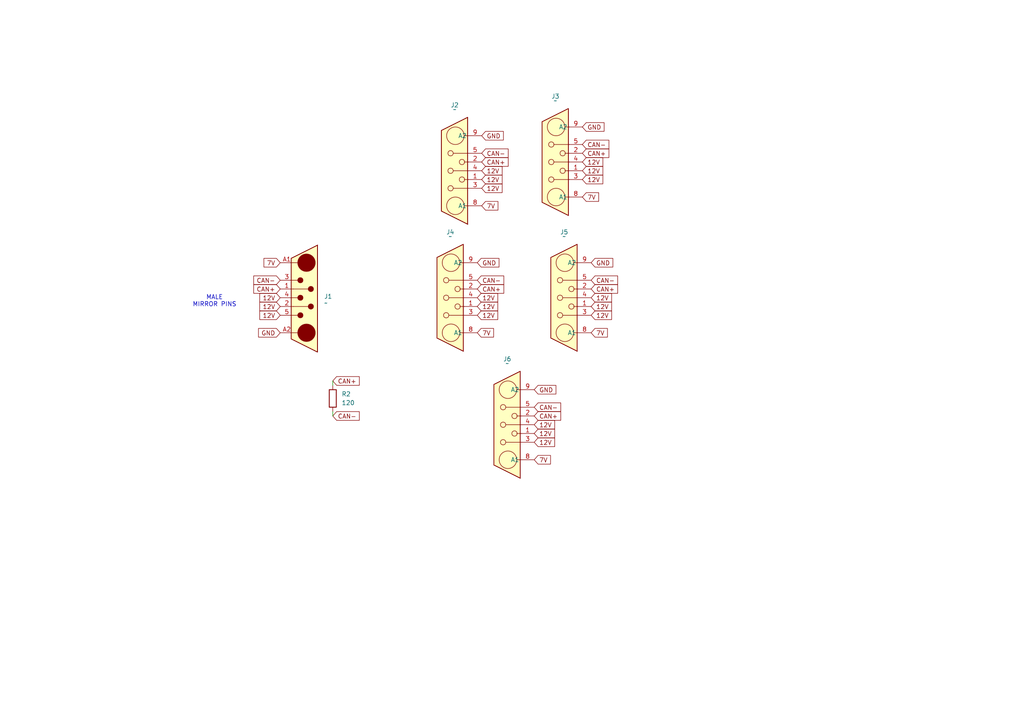
<source format=kicad_sch>
(kicad_sch (version 20231120) (generator "eeschema") (generator_version "8.0")
  (paper "A4")
  (lib_symbols
    (symbol "Device:R" (pin_numbers hide) (pin_names (offset 0))
      (property "Reference" "R" (at 2.032 0 90))
      (property "Value" "R" (at 0 0 90))
      (symbol "R_0_1"
        (rectangle (start -1.016 -2.54) (end 1.016 2.54) (stroke (width 0.254)))
      )
      (symbol "R_1_1"
        (pin passive line (at 0 3.81 270) (length 1.27) (name "~") (number "1"))
        (pin passive line (at 0 -3.81 90) (length 1.27) (name "~") (number "2"))
      )
    )
    (symbol "ecocad_lib_symbols:DB7W2-Female"
      (property "Reference" "J" (at 0.508 -15.494 0))
      (symbol "DB7W2-Female_0_1"
        (circle (center -1.397 -5.08) (radius 0.762))
        (circle (center -1.397 0) (radius 0.762))
        (circle (center -1.397 5.08) (radius 0.762))
        (circle (center 0 -10.16) (radius 2.54))
        (polyline (pts (xy 3.81 -10.16) (xy 2.54 -10.16)))
        (polyline (pts (xy 3.81 -5.08) (xy -0.635 -5.08)))
        (polyline (pts (xy 3.81 -2.54) (xy 2.54 -2.54)))
        (polyline (pts (xy 3.81 0) (xy -0.635 0)))
        (polyline (pts (xy 3.81 2.54) (xy 2.54 2.54)))
        (polyline (pts (xy 3.81 5.08) (xy -0.635 5.08)))
        (polyline (pts (xy 3.81 10.16) (xy 2.54 10.16)))
        (polyline (pts (xy 3.556 -15.494) (xy 3.556 15.494) (xy -4.064 11.684) (xy -4.064 -11.684) (xy 3.556 -15.494)) (stroke (width 0.254)) (fill (type background)))
        (circle (center 0 10.16) (radius 2.54))
        (circle (center 1.905 -2.54) (radius 0.762))
        (circle (center 1.905 2.54) (radius 0.762))
      )
      (symbol "DB7W2-Female_1_1"
        (pin passive line (at 7.62 -2.54 180) (length 3.81) (name "") (number "1"))
        (pin passive line (at 7.62 2.54 180) (length 3.81) (name "") (number "2"))
        (pin passive line (at 7.62 -5.08 180) (length 3.81) (name "") (number "3"))
        (pin passive line (at 7.62 0 180) (length 3.81) (name "") (number "4"))
        (pin passive line (at 7.62 5.08 180) (length 3.81) (name "") (number "5"))
        (pin passive line (at 7.62 -10.16 180) (length 3.81) (name "A1") (number "8"))
        (pin passive line (at 7.62 10.16 180) (length 3.81) (name "A2") (number "9"))
      )
    )
    (symbol "ecocad_lib_symbols:DB7W2-Male"
      (property "Reference" "U" (at 5.08 17.145 0))
      (symbol "DB7W2-Male_0_1"
        (circle (center -1.27 -2.54) (radius 0.762) (fill (type outline)))
        (circle (center -1.27 2.54) (radius 0.762) (fill (type outline)))
        (circle (center 0 -10.16) (radius 2.54) (fill (type outline)))
        (polyline (pts (xy 3.81 -10.16) (xy 2.54 -10.16)))
        (polyline (pts (xy 3.81 -5.08) (xy 2.54 -5.08)))
        (polyline (pts (xy 3.81 -2.54) (xy -0.508 -2.54)))
        (polyline (pts (xy 3.81 0) (xy 2.54 0)))
        (polyline (pts (xy 3.81 2.54) (xy -0.508 2.54)))
        (polyline (pts (xy 3.81 5.08) (xy 2.54 5.08)))
        (polyline (pts (xy 3.81 10.16) (xy 2.54 10.16)))
        (polyline (pts (xy -3.175 -15.24) (xy -3.175 15.748) (xy 4.445 11.938) (xy 4.445 -11.43) (xy -3.175 -15.24)) (stroke (width 0.254)) (fill (type background)))
        (circle (center 1.778 -5.08) (radius 0.762) (fill (type outline)))
        (circle (center 1.778 0) (radius 0.762) (fill (type outline)))
        (circle (center 1.778 5.08) (radius 0.762) (fill (type outline)))
      )
      (symbol "DB7W2-Male_1_1"
        (circle (center 0 10.16) (radius 2.54) (fill (type outline)))
        (pin passive line (at 7.62 -2.54 180) (length 3.81) (name "") (number "1"))
        (pin passive line (at 7.62 2.54 180) (length 3.81) (name "") (number "2"))
        (pin passive line (at 7.62 -5.08 180) (length 3.81) (name "") (number "3"))
        (pin passive line (at 7.62 0 180) (length 3.81) (name "") (number "4"))
        (pin passive line (at 7.62 5.08 180) (length 3.81) (name "") (number "5"))
        (pin passive line (at 7.62 -10.16 180) (length 3.81) (name "") (number "A1"))
        (pin passive line (at 7.62 10.16 180) (length 3.81) (name "") (number "A2"))
      )
    )
  )
  (wire (pts (xy 96.52 120.65) (xy 96.52 119.38)))
  (wire (pts (xy 96.52 110.49) (xy 96.52 111.76)))
  (text "MALE\nMIRROR PINS" (at 62.23 87.376 0) (effects (font (size 1.27 1.27))))
  (global_label "12V" (shape input) (at 81.28 86.36 180) (property "Intersheetrefs" "${INTERSHEET_REFS}" (effects (hide yes))))
  (global_label "12V" (shape input) (at 139.7 52.07 0) (property "Intersheetrefs" "${INTERSHEET_REFS}" (effects (hide yes))))
  (global_label "GND" (shape input) (at 81.28 96.52 180) (property "Intersheetrefs" "${INTERSHEET_REFS}" (effects (hide yes))))
  (global_label "7V" (shape input) (at 168.91 57.15 0) (property "Intersheetrefs" "${INTERSHEET_REFS}" (effects (hide yes))))
  (global_label "12V" (shape input) (at 171.45 91.44 0) (property "Intersheetrefs" "${INTERSHEET_REFS}" (effects (hide yes))))
  (global_label "CAN+" (shape input) (at 171.45 83.82 0) (property "Intersheetrefs" "${INTERSHEET_REFS}" (effects (hide yes))))
  (global_label "CAN-" (shape input) (at 138.43 81.28 0) (property "Intersheetrefs" "${INTERSHEET_REFS}" (effects (hide yes))))
  (global_label "12V" (shape input) (at 154.94 125.73 0) (property "Intersheetrefs" "${INTERSHEET_REFS}" (effects (hide yes))))
  (global_label "12V" (shape input) (at 171.45 86.36 0) (property "Intersheetrefs" "${INTERSHEET_REFS}" (effects (hide yes))))
  (global_label "7V" (shape input) (at 139.7 59.69 0) (property "Intersheetrefs" "${INTERSHEET_REFS}" (effects (hide yes))))
  (global_label "12V" (shape input) (at 138.43 88.9 0) (property "Intersheetrefs" "${INTERSHEET_REFS}" (effects (hide yes))))
  (global_label "12V" (shape input) (at 139.7 49.53 0) (property "Intersheetrefs" "${INTERSHEET_REFS}" (effects (hide yes))))
  (global_label "7V" (shape input) (at 81.28 76.2 180) (property "Intersheetrefs" "${INTERSHEET_REFS}" (effects (hide yes))))
  (global_label "12V" (shape input) (at 171.45 88.9 0) (property "Intersheetrefs" "${INTERSHEET_REFS}" (effects (hide yes))))
  (global_label "CAN-" (shape input) (at 139.7 44.45 0) (property "Intersheetrefs" "${INTERSHEET_REFS}" (effects (hide yes))))
  (global_label "CAN+" (shape input) (at 138.43 83.82 0) (property "Intersheetrefs" "${INTERSHEET_REFS}" (effects (hide yes))))
  (global_label "GND" (shape input) (at 171.45 76.2 0) (property "Intersheetrefs" "${INTERSHEET_REFS}" (effects (hide yes))))
  (global_label "12V" (shape input) (at 154.94 123.19 0) (property "Intersheetrefs" "${INTERSHEET_REFS}" (effects (hide yes))))
  (global_label "12V" (shape input) (at 154.94 128.27 0) (property "Intersheetrefs" "${INTERSHEET_REFS}" (effects (hide yes))))
  (global_label "CAN+" (shape input) (at 168.91 44.45 0) (property "Intersheetrefs" "${INTERSHEET_REFS}" (effects (hide yes))))
  (global_label "12V" (shape input) (at 81.28 91.44 180) (property "Intersheetrefs" "${INTERSHEET_REFS}" (effects (hide yes))))
  (global_label "CAN-" (shape input) (at 96.52 120.65 0) (property "Intersheetrefs" "${INTERSHEET_REFS}" (effects (hide yes))))
  (global_label "CAN+" (shape input) (at 139.7 46.99 0) (property "Intersheetrefs" "${INTERSHEET_REFS}" (effects (hide yes))))
  (global_label "12V" (shape input) (at 139.7 54.61 0) (property "Intersheetrefs" "${INTERSHEET_REFS}" (effects (hide yes))))
  (global_label "GND" (shape input) (at 138.43 76.2 0) (property "Intersheetrefs" "${INTERSHEET_REFS}" (effects (hide yes))))
  (global_label "12V" (shape input) (at 168.91 46.99 0) (property "Intersheetrefs" "${INTERSHEET_REFS}" (effects (hide yes))))
  (global_label "CAN+" (shape input) (at 154.94 120.65 0) (property "Intersheetrefs" "${INTERSHEET_REFS}" (effects (hide yes))))
  (global_label "12V" (shape input) (at 81.28 88.9 180) (property "Intersheetrefs" "${INTERSHEET_REFS}" (effects (hide yes))))
  (global_label "CAN-" (shape input) (at 81.28 81.28 180) (property "Intersheetrefs" "${INTERSHEET_REFS}" (effects (hide yes))))
  (global_label "CAN+" (shape input) (at 81.28 83.82 180) (property "Intersheetrefs" "${INTERSHEET_REFS}" (effects (hide yes))))
  (global_label "GND" (shape input) (at 168.91 36.83 0) (property "Intersheetrefs" "${INTERSHEET_REFS}" (effects (hide yes))))
  (global_label "CAN+" (shape input) (at 96.52 110.49 0) (property "Intersheetrefs" "${INTERSHEET_REFS}" (effects (hide yes))))
  (global_label "CAN-" (shape input) (at 171.45 81.28 0) (property "Intersheetrefs" "${INTERSHEET_REFS}" (effects (hide yes))))
  (global_label "12V" (shape input) (at 168.91 52.07 0) (property "Intersheetrefs" "${INTERSHEET_REFS}" (effects (hide yes))))
  (global_label "7V" (shape input) (at 138.43 96.52 0) (property "Intersheetrefs" "${INTERSHEET_REFS}" (effects (hide yes))))
  (global_label "CAN-" (shape input) (at 154.94 118.11 0) (property "Intersheetrefs" "${INTERSHEET_REFS}" (effects (hide yes))))
  (global_label "7V" (shape input) (at 171.45 96.52 0) (property "Intersheetrefs" "${INTERSHEET_REFS}" (effects (hide yes))))
  (global_label "GND" (shape input) (at 154.94 113.03 0) (property "Intersheetrefs" "${INTERSHEET_REFS}" (effects (hide yes))))
  (global_label "7V" (shape input) (at 154.94 133.35 0) (property "Intersheetrefs" "${INTERSHEET_REFS}" (effects (hide yes))))
  (global_label "12V" (shape input) (at 138.43 86.36 0) (property "Intersheetrefs" "${INTERSHEET_REFS}" (effects (hide yes))))
  (global_label "CAN-" (shape input) (at 168.91 41.91 0) (property "Intersheetrefs" "${INTERSHEET_REFS}" (effects (hide yes))))
  (global_label "12V" (shape input) (at 168.91 49.53 0) (property "Intersheetrefs" "${INTERSHEET_REFS}" (effects (hide yes))))
  (global_label "12V" (shape input) (at 138.43 91.44 0) (property "Intersheetrefs" "${INTERSHEET_REFS}" (effects (hide yes))))
  (global_label "GND" (shape input) (at 139.7 39.37 0) (property "Intersheetrefs" "${INTERSHEET_REFS}" (effects (hide yes))))
  (symbol (lib_id "ecocad_lib_symbols:DB7W2-Female") (at 132.08 49.53 0) (unit 1)
    (property "Reference" "J2" (at 131.8895 30.48 0))
    (property "Value" "~" (at 131.8895 31.75 0))
    (property "Footprint" "ecocad_lib_footprints:DB7W2-Female" (effects (hide yes)))
  )
  (symbol (lib_id "ecocad_lib_symbols:DB7W2-Female") (at 130.81 86.36 0) (unit 1)
    (property "Reference" "J4" (at 130.6195 67.31 0))
    (property "Value" "~" (at 130.6195 68.58 0))
    (property "Footprint" "ecocad_lib_footprints:DB7W2-Female" (effects (hide yes)))
  )
  (symbol (lib_id "ecocad_lib_symbols:DB7W2-Male") (at 88.9 86.36 180) (unit 1)
    (property "Reference" "J1" (at 93.98 85.9789 0) (effects (justify right)))
    (property "Value" "~" (at 93.98 87.884 0) (effects (justify right)))
    (property "Footprint" "ecocad_lib_footprints:DB7W2-Male" (effects (hide yes)))
  )
  (symbol (lib_id "ecocad_lib_symbols:DB7W2-Female") (at 163.83 86.36 0) (unit 1)
    (property "Reference" "J5" (at 163.6395 67.31 0))
    (property "Value" "~" (at 163.6395 68.58 0))
    (property "Footprint" "ecocad_lib_footprints:DB7W2-Female" (effects (hide yes)))
  )
  (symbol (lib_id "Device:R") (at 96.52 115.57 0) (unit 1)
    (property "Reference" "R2" (at 99.06 114.2999 0) (effects (justify left)))
    (property "Value" "120" (at 99.06 116.8399 0) (effects (justify left)))
    (property "Footprint" "Resistor_SMD:R_0603_1608Metric" (effects (hide yes)))
    (property "Description" "Resistor" (effects (hide yes)))
  )
  (symbol (lib_id "ecocad_lib_symbols:DB7W2-Female") (at 147.32 123.19 0) (unit 1)
    (property "Reference" "J6" (at 147.1295 104.14 0))
    (property "Value" "~" (at 147.1295 105.41 0))
    (property "Footprint" "ecocad_lib_footprints:DB7W2-Female" (effects (hide yes)))
  )
  (symbol (lib_id "ecocad_lib_symbols:DB7W2-Female") (at 161.29 46.99 0) (unit 1)
    (property "Reference" "J3" (at 161.0995 27.94 0))
    (property "Value" "~" (at 161.0995 29.21 0))
    (property "Footprint" "ecocad_lib_footprints:DB7W2-Female" (effects (hide yes)))
  )
)
</source>
